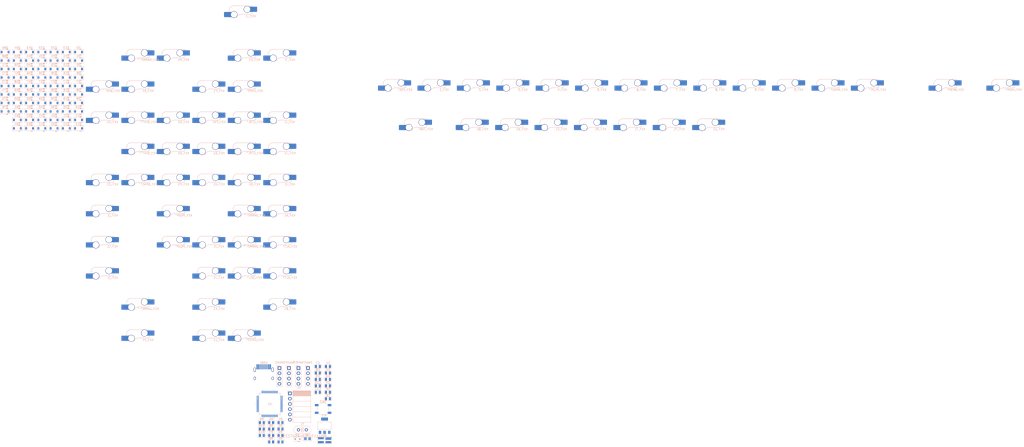
<source format=kicad_pcb>
(kicad_pcb (version 20241229) (generator "pcbnew") (generator_version "9.0")
  (layers (0 "F.Cu" signal) (4 "In1.Cu" signal) (6 "In2.Cu" signal) (2 "B.Cu" signal) (13 "F.Paste" user) (15 "B.Paste" user) (5 "F.SilkS" user "F.Silkscreen") (7 "B.SilkS" user "B.Silkscreen") (1 "F.Mask" user) (3 "B.Mask" user) (25 "Edge.Cuts" user))
  (net 0 "")
  (net 1 "GND")
  (net 2 "+3.3V")
  (net 3 "+5V")
  (net 4 "Net-(D3-A)")
  (net 5 "Net-(D4-A)")
  (net 6 "Net-(D5-A)")
  (net 7 "Net-(D6-A)")
  (net 8 "Net-(D7-A)")
  (net 9 "Net-(D8-A)")
  (net 10 "Net-(D9-A)")
  (net 11 "Net-(D10-A)")
  (net 12 "Net-(D11-A)")
  (net 13 "Net-(D12-A)")
  (net 14 "Net-(D13-A)")
  (net 15 "Net-(D14-A)")
  (net 16 "Net-(D15-A)")
  (net 17 "Net-(D16-A)")
  (net 18 "Net-(D17-A)")
  (net 19 "Net-(D18-A)")
  (net 20 "Net-(D19-A)")
  (net 21 "Net-(D20-A)")
  (net 22 "Net-(D21-A)")
  (net 23 "Net-(D22-A)")
  (net 24 "Net-(D23-A)")
  (net 25 "Net-(D29-A)")
  (net 26 "Net-(D30-A)")
  (net 27 "Net-(D31-A)")
  (net 28 "Net-(D32-A)")
  (net 29 "Net-(D33-A)")
  (net 30 "Net-(D24-A)")
  (net 31 "Net-(D25-A)")
  (net 32 "Net-(D26-A)")
  (net 33 "Net-(D27-A)")
  (net 34 "Net-(D28-A)")
  (net 35 "Net-(D34-A)")
  (net 36 "/COL2")
  (net 37 "/COL3")
  (net 38 "/COL4")
  (net 39 "/COL5")
  (net 40 "/COL1")
  (net 41 "/ROT_TIMB")
  (net 42 "/ROT_TIMA")
  (net 43 "Net-(U1-OSCIN)")
  (net 44 "Net-(U1-OSCOUT)")
  (net 45 "Net-(U1-VCAP)")
  (net 46 "/NRST")
  (net 47 "/D+")
  (net 48 "/D-")
  (net 49 "/ROW1")
  (net 50 "/ROW2")
  (net 51 "/ROW3")
  (net 52 "/ROW4")
  (net 53 "/ROW5")
  (net 54 "Net-(D35-A)")
  (net 55 "/ROT_SW")
  (net 56 "/UART_TX_EAST")
  (net 57 "/UART_RX_EAST")
  (net 58 "Net-(U1-VDDA)")
  (net 59 "/RGB_DATAIN")
  (net 60 "Net-(D36-A)")
  (net 61 "Net-(D37-A)")
  (net 62 "Net-(D38-A)")
  (net 63 "Net-(D39-A)")
  (net 64 "Net-(D40-A)")
  (net 65 "Net-(D41-A)")
  (net 66 "Net-(D42-A)")
  (net 67 "Net-(D43-A)")
  (net 68 "Net-(D44-A)")
  (net 69 "Net-(D45-A)")
  (net 70 "Net-(D46-A)")
  (net 71 "Net-(D47-A)")
  (net 72 "Net-(D48-A)")
  (net 73 "Net-(D50-A)")
  (net 74 "Net-(D51-A)")
  (net 75 "Net-(D52-A)")
  (net 76 "Net-(D53-A)")
  (net 77 "Net-(D54-A)")
  (net 78 "Net-(D55-A)")
  (net 79 "Net-(D56-A)")
  (net 80 "Net-(D57-A)")
  (net 81 "Net-(D58-A)")
  (net 82 "/UART_TX_NORTH")
  (net 83 "/UART_RX_NORTH")
  (net 84 "Net-(USB1-CC2)")
  (net 85 "Net-(USB1-CC1)")
  (net 86 "Net-(U1-PA11)")
  (net 87 "Net-(U1-PA12)")
  (net 88 "Net-(U1-BOOT)")
  (net 89 "/JTCLK")
  (net 90 "Net-(J1-Pin_2)")
  (net 91 "/JTMS")
  (net 92 "Net-(J1-Pin_4)")
  (net 93 "Net-(J1-Pin_5)")
  (net 94 "Net-(J1-Pin_6)")
  (net 95 "/SWO")
  (net 96 "/UART_TX_SOUTH")
  (net 97 "/UART_RX_SOUTH")
  (net 99 "AGND")
  (net 100 "Net-(D59-A)")
  (net 101 "/UART_TX_WEST")
  (net 104 "Net-(D60-A)")
  (net 105 "Net-(D61-A)")
  (net 106 "Net-(D62-A)")
  (net 109 "Net-(D64-A)")
  (net 111 "Net-(D65-A)")
  (net 112 "Net-(D68-A)")
  (net 113 "/UART_RX_WEST")
  (net 114 "Net-(D71-A)")
  (net 115 "Net-(D72-A)")
  (net 116 "Net-(D73-A)")
  (net 119 "Net-(D2-A)")
  (net 124 "Net-(D74-A)")
  (net 125 "Net-(D75-A)")
  (net 126 "Net-(D76-A)")
  (net 127 "/COL12")
  (net 128 "/COL9")
  (net 129 "/COL10")
  (net 130 "/COL11")
  (net 131 "/COL6")
  (net 132 "/COL7")
  (net 133 "/COL8")
  (net 134 "/COL14")
  (net 135 "/COL13")
  (net 136 "/COL15")
  (footprint "PCM_Resistor_SMD_AKL:R_0805_2012Metric" (layer "B.Cu") (at -40.389 193.232 180)
    (property "Reference" "R6")
    (property "Value" "22" (hide yes))
  )
  (footprint "PCM_marbastlib-mx:SW_MX_HS_CPG151101S11_1u" (layer "B.Cu") (at 38.9725 30.95625 180)
    (property "Reference" "KEY_1")
    (property "Value" "MX_SW_HS")
  )
  (footprint "PCM_marbastlib-mx:SW_MX_HS_CPG151101S11_1u" (layer "B.Cu") (at -87.038824 76.667 180)
    (property "Reference" "KEY_P1")
    (property "Value" "MX_SW_HS")
  )
  (footprint "PCM_Diode_SMD_AKL:D_SOD-123" (layer "B.Cu") (at -151.269 23.292 180)
    (property "Reference" "D36")
    (property "Value" "1N4148W" (hide yes))
  )
  (footprint "PCM_Capacitor_SMD_AKL:C_0805_2012Metric" (layer "B.Cu") (at -17.821682 166.122 180)
    (property "Reference" "C8")
    (property "Value" "10uF" (hide yes))
  )
  (footprint "PCM_marbastlib-mx:SW_MX_HS_CPG151101S11_1u" (layer "B.Cu") (at 314.0075 30.95625 180)
    (property "Reference" "KEY_HOME1")
    (property "Value" "MX_SW_HS")
  )
  (footprint "PCM_Diode_SMD_AKL:D_SOD-123" (layer "B.Cu") (at -163.109 15.092 180)
    (property "Reference" "D55")
    (property "Value" "1N4148W" (hide yes))
  )
  (footprint "PCM_marbastlib-mx:SW_MX_HS_CPG151101S11_1u" (layer "B.Cu") (at -35.588824 61.617 180)
    (property "Reference" "KEY_/1")
    (property "Value" "MX_SW_HS")
  )
  (footprint "PCM_Diode_SMD_AKL:D_SOD-123" (layer "B.Cu") (at -169.029 19.192 180)
    (property "Reference" "D71")
    (property "Value" "1N4148W" (hide yes))
  )
  (footprint "PCM_marbastlib-mx:SW_MX_HS_CPG151101S11_1u" (layer "B.Cu") (at 210.4225 30.95625 180)
    (property "Reference" "KEY_0")
    (property "Value" "MX_SW_HS")
  )
  (footprint "PCM_marbastlib-mx:SW_MX_HS_CPG151101S11_1u" (layer "B.Cu") (at -87.038824 16.467 180)
    (property "Reference" "KEY_M1")
    (property "Value" "MX_SW_HS")
  )
  (footprint "PCM_Diode_SMD_AKL:D_SOD-123" (layer "B.Cu") (at -151.269 31.492 180)
    (property "Reference" "D38")
    (property "Value" "1N4148W" (hide yes))
  )
  (footprint "PCM_Diode_SMD_AKL:D_SOD-123" (layer "B.Cu") (at -139.429 47.892 180)
    (property "Reference" "D22")
    (property "Value" "1N4148W" (hide yes))
  )
  (footprint "PCM_marbastlib-mx:SW_MX_HS_CPG151101S11_1u" (layer "B.Cu") (at -104.188824 151.917 180)
    (property "Reference" "KEY_V1")
    (property "Value" "MX_SW_HS")
  )
  (footprint "PCM_marbastlib-mx:SW_MX_HS_CPG151101S11_1u" (layer "B.Cu") (at -69.888824 151.917 180)
    (property "Reference" "KEY_L1")
    (property "Value" "MX_SW_HS")
  )
  (footprint "PCM_Diode_SMD_AKL:D_SOD-123" (layer "B.Cu") (at -145.349 35.592 180)
    (property "Reference" "D29")
    (property "Value" "1N4148W" (hide yes))
  )
  (footprint "PCM_marbastlib-mx:SW_MX_HS_CPG151101S11_1u" (layer "B.Cu") (at 171.7675 50.00625 180)
    (property "Reference" "KEY_U1")
    (property "Value" "MX_SW_HS")
  )
  (footprint "PCM_Resistor_SMD_AKL:R_0805_2012Metric" (layer "B.Cu") (at -44.909 196.352 180)
    (property "Reference" "R13")
    (property "Value" "DNP" (hide yes))
  )
  (footprint "PCM_marbastlib-mx:SW_MX_HS_CPG151101S11_1u" (layer "B.Cu") (at -104.188824 16.467 180)
    (property "Reference" "KEY_RARROW1")
    (property "Value" "MX_SW_HS")
  )
  (footprint "PCM_Diode_SMD_AKL:D_SOD-123" (layer "B.Cu") (at -139.429 31.492 180)
    (property "Reference" "D18")
    (property "Value" "1N4148W" (hide yes))
  )
  (footprint "PCM_Diode_SMD_AKL:D_SOD-123" (layer "B.Cu") (at -133.509 10.992 180)
    (property "Reference" "D3")
    (property "Value" "1N4148W" (hide yes))
  )
  (footprint "PCM_marbastlib-mx:SW_MX_HS_CPG151101S11_1u" (layer "B.Cu") (at -52.738824 46.567 180)
    (property "Reference" "KEY_CTRL1")
    (property "Value" "MX_SW_HS")
  )
  (footprint "PCM_Diode_SMD_AKL:D_SOD-123" (layer "B.Cu") (at -145.349 10.992 180)
    (property "Reference" "D23")
    (property "Value" "1N4148W" (hide yes))
  )
  (footprint "PCM_marbastlib-mx:SW_MX_HS_CPG151101S11_1u" (layer "B.Cu") (at -104.188824 76.667 180)
    (property "Reference" "KEY_SPACE1")
    (property "Value" "MX_SW_HS")
  )
  (footprint "PCM_marbastlib-mx:SW_MX_HS_CPG151101S11_1u" (layer "B.Cu") (at -52.738824 76.667 180)
    (property "Reference" "KEY_D1")
    (property "Value" "MX_SW_HS")
  )
  (footprint "PCM_Diode_SMD_AKL:D_SOD-123" (layer "B.Cu") (at -163.109 31.492 180)
    (property "Reference" "D59")
    (property "Value" "1N4148W" (hide yes))
  )
  (footprint "PCM_Diode_SMD_AKL:D_SOD-123" (layer "B.Cu") (at -169.029 10.992 180)
    (property "Reference" "D65")
    (property "Value" "1N4148W" (hide yes))
  )
  (footprint "Connector_PinSocket_2.54mm:PinSocket_1x04_P2.54mm_Vertical" (layer "B.Cu") (at -27.184 163.767 180)
    (property "Reference" "North1")
    (property "Value" "Conn_01x04")
  )
  (footprint "PCM_Resistor_SMD_AKL:R_0805_2012Metric" (layer "B.Cu") (at -40.389 190.112 180)
    (property "Reference" "R5")
    (property "Value" "10k" (hide yes))
  )
  (footprint "PCM_Resistor_SMD_AKL:R_0805_2012Metric" (layer "B.Cu") (at -44.909 193.232 180)
    (property "Reference" "R10")
    (property "Value" "DNP" (hide yes))
  )
  (footprint "Connector_PinSocket_2.54mm:PinSocket_1x04_P2.54mm_Vertical" (layer "B.Cu") (at -36.384 163.767 180)
    (property "Reference" "West1")
    (property "Value" "Conn_01x04")
  )
  (footprint "PCM_Diode_SMD_AKL:D_SOD-123" (layer "B.Cu") (at -151.269 39.692 180)
    (property "Reference" "D40")
    (property "Value" "1N4148W" (hide yes))
  )
  (footprint "PCM_marbastlib-mx:SW_MX_HS_CPG151101S11_1u" (layer "B.Cu") (at -121.338824 46.567 180)
    (property "Reference" "KEY_X1")
    (property "Value" "MX_SW_HS")
  )
  (footprint "PCM_Diode_SMD_AKL:D_SOD-123" (layer "B.Cu") (at -145.349 23.292 180)
    (property "Reference" "D26")
    (property "Value" "1N4148W" (hide yes))
  )
  (footprint "PCM_Diode_SMD_AKL:D_SOD-123" (layer "B.Cu") (at -163.109 43.792 180)
    (property "Reference" "D62")
    (property "Value" "1N4148W" (hide yes))
  )
  (footprint "PCM_Diode_SMD_AKL:D_SOD-123" (layer "B.Cu") (at -139.429 27.392 180)
    (property "Reference" "D17")
    (property "Value" "1N4148W" (hide yes))
  )
  (footprint "PCM_marbastlib-mx:SW_MX_HS_CPG151101S11_1u" (layer "B.Cu") (at 58.0225 30.95625 180)
    (property "Reference" "KEY_2")
    (property "Value" "MX_SW_HS")
  )
  (footprint "PCM_Diode_SMD_AKL:D_SOD-123" (layer "B.Cu") (at -139.429 15.092 180)
    (property "Reference" "D14")
    (property "Value" "1N4148W" (hide yes))
  )
  (footprint "PCM_marbastlib-mx:SW_MX_HS_CPG151101S11_1u" (layer "B.Cu") (at -69.888824 76.667 180)
    (property "Reference" "KEY_H1")
    (property "Value" "MX_SW_HS")
  )
  (footprint "PCM_marbastlib-mx:SW_MX_HS_CPG151101S11_1u" (layer "B.Cu") (at 172.3225 30.95625 180)
    (property "Reference" "KEY_8")
    (property "Value" "MX_SW_HS")
  )
  (footprint "PCM_marbastlib-mx:SW_MX_HS_CPG151101S11_1u" (layer "B.Cu") (at 134.2225 30.95625 180)
    (property "Reference" "KEY_6")
    (property "Value" "MX_SW_HS")
  )
  (footprint "PCM_Diode_SMD_AKL:D_SOD-123" (layer "B.Cu") (at -151.269 47.892 180)
    (property "Reference" "D42")
    (property "Value" "1N4148W" (hide yes))
  )
  (footprint "PCM_marbastlib-mx:SW_MX_HS_CPG151101S11_1u" (layer "B.Cu") (at -69.888824 46.567 180)
    (property "Reference" "KEY_FN1")
    (property "Value" "MX_SW_HS")
  )
  (footprint "PCM_marbastlib-mx:SW_MX_HS_CPG151101S11_1u" (layer "B.Cu") (at 19.9 30.95625 180)
    (property "Reference" "KEY_ESC1")
    (property "Value" "MX_SW_HS")
  )
  (footprint "PCM_Diode_SMD_AKL:D_SOD-123" (layer "B.Cu") (at -151.269 10.992 180)
    (property "Reference" "D33")
    (property "Value" "1N4148W" (hide yes))
  )
  (footprint "PCM_marbastlib-mx:SW_MX_HS_CPG151101S11_1u" (layer "B.Cu") (at 77.0725 30.95625 180)
    (property "Reference" "KEY_3")
    (property "Value" "MX_SW_HS")
  )
  (footprint "PCM_marbastlib-mx:SW_MX_HS_CPG151101S11_1u" (layer "B.Cu") (at -35.588824 91.717 180)
    (property "Reference" "KEY_A1")
    (property "Value" "MX_SW_HS")
  )
  (footprint "PCM_marbastlib-mx:SW_MX_HS_CPG151101S11_1u" (layer "B.Cu") (at -87.038824 61.617 180)
    (property "Reference" "KEY_O1")
    (property "Value" "MX_SW_HS")
  )
  (footprint "PCM_Diode_SMD_AKL:D_SOD-123" (layer "B.Cu") (at -151.269 19.192 180)
    (property "Reference" "D35")
    (property "Value" "1N4148W" (hide yes))
  )
  (footprint "PCM_marbastlib-mx:SW_MX_HS_CPG151101S11_1u" (layer "B.Cu") (at -52.738824 91.717 180)
    (property "Reference" "KEY_DARROW1")
    (property "Value" "MX_SW_HS")
  )
  (footprint "PCM_marbastlib-mx:SW_MX_HS_CPG151101S11_1u" (layer "B.Cu") (at -87.038824 46.567 180)
    (property "Reference" "KEY_N1")
    (property "Value" "MX_SW_HS")
  )
  (footprint "PCM_Diode_SMD_AKL:D_SOD-123" (layer "B.Cu") (at -169.029 23.292 180)
    (property "Reference" "D72")
    (property "Value" "1N4148W" (hide yes))
  )
  (footprint "PCM_Diode_SMD_AKL:D_SOD-123" (layer "B.Cu") (at -133.509 47.892 180)
    (property "Reference" "D12")
    (property "Value" "1N4148W" (hide yes))
  )
  (footprint "PCM_Diode_SMD_AKL:D_SOD-123" (layer "B.Cu") (at -157.189 15.092 180)
    (property "Reference" "D44")
    (property "Value" "1N4148W" (hide yes))
  )
  (footprint "PCM_Diode_SMD_AKL:D_SOD-123" (layer "B.Cu") (at -133.509 15.092 180)
    (property "Reference" "D4")
    (property "Value" "1N4148W" (hide yes))
  )
  (footprint "PCM_marbastlib-mx:SW_MX_HS_CPG151101S11_1u" (layer "B.Cu") (at -52.738824 121.817 180)
    (property "Reference" "KEY_DEL1")
    (property "Value" "MX_SW_HS")
  )
  (footprint "PCM_Resistor_SMD_AKL:R_0805_2012Metric" (layer "B.Cu") (at -35.869 196.352 180)
    (property "Reference" "R3")
    (property "Value" "22" (hide yes))
  )
  (footprint "PCM_marbastlib-mx:SW_MX_HS_CPG151101S11_1u" (layer "B.Cu") (at 133.6675 50.00625 180)
    (property "Reference" "KEY_T1")
    (property "Value" "MX_SW_HS")
  )
  (footprint "PCM_marbastlib-mx:SW_MX_HS_CPG151101S11_1u" (layer "B.Cu") (at 96.1225 30.95625 180)
    (property "Reference" "KEY_4")
    (property "Value" "MX_SW_HS")
  )
  (footprint "PCM_Diode_SMD_AKL:D_SOD-123" (layer "B.Cu") (at -151.269 35.592 180)
    (property "Reference" "D39")
    (property "Value" "1N4148W" (hide yes))
  )
  (footprint "PCM_Capacitor_SMD_AKL:C_0805_2012Metric" (layer "B.Cu") (at -12.939894 178.602 180)
    (property "Reference" "C6")
    (property "Value" "100nF" (hide yes))
  )
  (footprint "PCM_Resistor_SMD_AKL:R_0805_2012Metric" (layer "B.Cu") (at -40.389 196.352 180)
    (property "Reference" "R7")
    (property "Value" "22" (hide yes))
  )
  (footprint "PCM_Capacitor_SMD_AKL:C_0805_2012Metric" (layer "B.Cu") (at -12.939894 166.122 180)
    (property "Reference" "C2")
    (property "Value" "20pF" (hide yes))
  )
  (footprint "PCM_Diode_SMD_AKL:D_SOD-123" (layer "B.Cu") (at -139.429 35.592 180)
    (property "Reference" "D19")
    (property "Value" "1N4148W" (hide yes))
  )
  (footprint "PCM_Capacitor_SMD_AKL:C_0805_2012Metric" (layer "B.Cu") (at -17.821682 169.242 180)
    (property "Reference" "C9")
    (property "Value" "4.7uF" (hide yes))
  )
  (footprint "PCM_Diode_SMD_AKL:D_SOD-123" (layer "B.Cu") (at -157.189 31.492 180)
    (property "Reference" "D48")
    (property "Value" "1N4148W" (hide yes))
  )
  (footprint "PCM_Diode_SMD_AKL:D_SOD-123" (layer "B.Cu") (at -145.349 27.392 180)
    (property "Reference" "D27")
    (property "Value" "1N4148W" (hide yes))
  )
  (footprint "PCM_marbastlib-mx:SW_MX_HS_CPG151101S11_1u" (layer "B.Cu") (at 57.4675 50.00625 180)
    (property "Reference" "KEY_Q1")
    (property "Value" "MX_SW_HS")
  )
  (footprint "PCM_marbastlib-mx:SW_MX_HS_CPG151101S11_1u" (layer "B.Cu") (at -104.188824 136.867 180)
    (property "Reference" "KEY_UARROW1")
    (property "Value" "MX_SW_HS")
  )
  (footprint "PCM_Diode_SMD_AKL:D_SOD-123" (layer "B.Cu") (at -151.269 43.792 180)
    (property "Reference" "D41")
    (property "Value" "1N4148W" (hide yes))
  )
  (footprint "PCM_Diode_SMD_AKL:D_SOD-123" (layer "B.Cu") (at -133.509 35.592 180)
    (property "Reference" "D9")
    (property "Value" "1N4148W" (hide yes))
  )
  (footprint "PCM_Diode_SMD_AKL:D_SOD-123" (layer "B.Cu") (at -133.509 19.192 180)
    (property "Reference" "D5")
    (property "Value" "1N4148W" (hide yes))
  )
  (footprint "PCM_Diode_SMD_AKL:D_SOD-123" (layer "B.Cu") (at -133.509 43.792 180)
    (property "Reference" "D11")
    (property "Value" "1N4148W" (hide yes))
  )
  (footprint "PCM_Diode_SMD_AKL:D_SOD-123" (layer "B.Cu") (at -163.109 35.592 180)
    (property "Reference" "D60")
    (property "Value" "1N4148W" (hide yes))
  )
  (footprint "PCM_Capacitor_SMD_AKL:C_0805_2012Metric" (layer "B.Cu") (at -12.939894 172.362 180)
    (property "Reference" "C4")
    (property "Value" "100nF" (hide yes))
  )
  (footprint "PCM_Diode_SMD_AKL:D_SOD-123" (layer "B.Cu") (at -163.109 10.992 180)
    (property "Reference" "D54")
    (property "Value" "1N4148W" (hide yes))
  )
  (footprint "Type-C.pretty-master:HRO-TYPE-C-31-M-12-HandSoldering" (layer "B.Cu") (at -43.979 171.362 180)
    (property "Reference" "USB1")
    (property "Value" "HRO-TYPE-C-31-M-12")
  )
  (footprint "PCM_Diode_SMD_AKL:D_SOD-123" (layer "B.Cu") (at -133.509 23.292 180)
    (property "Reference" "D6")
    (property "Value" "1N4148W" (hide yes))
  )
  (footprint "PCM_marbastlib-mx:SW_MX_HS_CPG151101S11_1u" (layer "B.Cu") (at -35.588824 106.767 180)
    (property "Reference" "KEY_ALT1")
    (property "Value" "MX_SW_HS")
  )
  (footprint "PCM_marbastlib-mx:SW_MX_HS_CPG151101S11_1u" (layer "B.Cu") (at 114.6175 50.00625 180)
    (property "Reference" "KEY_R1")
    (property "Value" "MX_SW_HS")
  )
  (footprint "PCM_marbastlib-mx:SW_MX_HS_CPG151101S11_1u" (layer "B.Cu") (at -121.338824 91.717 180)
    (property "Reference" "KEY_[1")
    (property "Value" "MX_SW_HS")
  )
  (footprint "PCM_Diode_SMD_AKL:D_SOD-123" (layer "B.Cu") (at -169.029 35.592 180)
    (property "Reference" "D75")
    (property "Value" "1N4148W" (hide yes))
  )
  (footprint "PCM_marbastlib-mx:SW_MX_HS_CPG151101S11_1u" (layer "B.Cu") (at -69.888824 136.867 180)
    (property "Reference" "KEY_K1")
    (property "Value" "MX_SW_HS")
  )
  (footprint "PCM_marbastlib-mx:SW_MX_HS_CPG151101S11_1u" (layer "B.Cu") (at -104.188824 46.567 180)
    (property "Reference" "KEY_SHIFT1")
    (property "Value" "MX_SW_HS")
  )
  (footprint "PCM_marbastlib-various:SW_SPST_SKQG_WithStem" (layer "B.Cu") (at -15.274 183.537 180)
    (property "Reference" "SW2")
    (property "Value" "Push_Button")
  )
  (footprint "PCM_Diode_SMD_AKL:D_SOD-123" (layer "B.Cu") (at -163.109 27.392 180)
    (property "Reference" "D58")
    (property "Value" "1N4148W" (hide yes))
  )
  (footprint "PCM_Diode_SMD_AKL:D_SOD-123" (layer "B.Cu") (at -139.429 39.692 180)
    (property "Reference" "D20")
    (property "Value" "1N4148W" (hide yes))
  )
  (footprint "PCM_Diode_SMD_AKL:D_SOD-123" (layer "B.Cu") (at -139.429 19.192 180)
    (property "Reference" "D15")
    (property "Value" "1N4148W" (hide yes))
  )
  (footprint "PCM_marbastlib-mx:SW_MX_HS_CPG151101S11_1u" (layer "B.Cu") (at 30 50.00625 180)
    (property "Reference" "KEY_TAB1")
    (property "Value" "MX_SW_HS")
  )
  (footprint "PCM_Diode_SMD_AKL:D_SOD-323" (layer "B.Cu") (at -27.639 198.092 180)
    (property "Reference" "D2")
    (property "Value" "BAT60JFILM" (hide yes))
  )
  (footprint "PCM_Diode_SMD_AKL:D_SOD-123" (layer "B.Cu") (at -157.189 43.792 180)
    (property "Reference" "D52")
    (property "Value" "1N4148W" (hide yes))
  )
  (footprint "PCM_marbastlib-mx:SW_MX_HS_CPG151101S11_1u" (layer "B.Cu") (at 95.5675 50.00625 180)
    (property "Reference" "KEY_E1")
    (property "Value" "MX_SW_HS")
  )
  (footprint "PCM_marbastlib-mx:SW_MX_HS_CPG151101S11_1u" (layer "B.Cu") (at -121.338824 31.517 180)
    (property "Reference" "KEY_WIN1")
    (property "Value" "MX_SW_HS")
  )
  (footprint "PCM_Diode_SMD_AKL:D_SOD-123" (layer "B.Cu") (at -157.189 47.892 180)
    (property "Reference" "D53")
    (property "Value" "1N4148W" (hide yes))
  )
  (footprint "PCM_marbastlib-mx:SW_MX_HS_CPG151101S11_1u" (layer "B.Cu") (at -35.588824 136.867 180)
    (property "Reference" "KEY_B1")
    (property "Value" "MX_SW_HS")
  )
  (footprint "PCM_Resistor_SMD_AKL:R_0805_2012Metric" (layer "B.Cu") (at -35.869 193.232 180)
    (property "Reference" "R2")
    (property "Value" "5.1k" (hide yes))
  )
  (footprint "PCM_marbastlib-mx:SW_MX_HS_CPG151101S11_1u" (layer "B.Cu") (at -52.738824 61.617 180)
    (property "Reference" "KEY_CTRL2")
    (property "Value" "MX_SW_HS")
  )
  (footprint "PCM_marbastlib-mx:SW_MX_HS_CPG151101S11_1u" (layer "B.Cu") (at -69.888824 61.617 180)
    (property "Reference" "KEY_G1")
    (property "Value" "MX_SW_HS")
  )
  (footprint "PCM_Capacitor_SMD_AKL:C_0805_2012Metric" (layer "B.Cu") (at -17.821682 172.362 180)
    (property "Reference" "C10")
    (property "Value" "1uF" (hide yes))
  )
  (footprint "PCM_marbastlib-mx:SW_MX_HS_CPG151101S11_1u" (layer "B.Cu") (at -104.188824 31.517 180)
    (property "Reference" "KEY_S1")
    (property "Value" "MX_SW_HS")
  )
  (footprint "PCM_Diode_SMD_AKL:D_SOD-123" (layer "B.Cu") (at -139.429 23.292 180)
    (property "Reference" "D16")
    (property "Value" "1N4148W" (hide yes))
  )
  (footprint "PCM_marbastlib-mx:SW_MX_HS_CPG151101S11_1u" (layer "B.Cu") (at -87.038824 91.717 180)
    (property "Reference" "KEY_PGDN1")
    (property "Value" "MX_SW_HS")
  )
  (footprint "PCM_Capacitor_SMD_AKL:C_0805_2012Metric" (layer "B.Cu") (at -17.821682 175.482 180)
    (property "Reference" "C11")
    (property "Value" "0.1uF" (hide yes))
  )
  (footprint "PCM_Diode_SMD_AKL:D_SOD-123" (layer "B.Cu") (at -157.189 19.192 180)
    (property "Reference" "D45")
    (property "Value" "1N4148W" (hide yes))
  )
  (footprint "PCM_marbastlib-mx:SW_MX_HS_CPG151101S11_1u" (layer "B.Cu") (at -52.738824 31.517 180)
    (property "Reference" "KEY_CAPS1")
    (property "Value" "MX_SW_HS")
  )
  (footprint "PCM_marbastlib-mx:SW_MX_HS_CPG151101S11_1u" (layer "B.Cu") (at -69.888824 31.517 180)
    (property "Reference" "KEY_F1")
    (property "Value" "MX_SW_HS")
  )
  (footprint "PCM_marbastlib-mx:SW_MX_HS_CPG151101S11_1u" (layer "B.Cu") (at -69.888824 106.767 180)
    (property "Reference" "KEY_I1")
    (property "Value" "MX_SW_HS")
  )
  (footprint "PCM_Diode_SMD_AKL:D_SOD-123" (layer "B.Cu") (at -157.189 39.692 180)
    (property "Reference" "D51")
    (property "Value" "1N4148W" (hide yes))
  )
  (footprint "PCM_Diode_SMD_AKL:D_SOD-123" (layer "B.Cu") (at -145.349 15.092 180)
    (property "Reference" "D24")
    (property "Value" "1N4148W" (hide yes))
  )
  (footprint "PCM_marbastlib-mx:SW_MX_HS_CPG151101S11_1u" (layer "B.Cu") (at -121.338824 106.767 180)
    (property "Reference" "KEY_\\1")
    (property "Value" "MX_SW_HS")
  )
  (footprint "PCM_Diode_SMD_AKL:D_SOD-123" (layer "B.Cu") (at -163.109 47.892 180)
    (property "Reference" "D64")
    (property "Value" "1N4148W" (hide yes))
  )
  (footprint "PCM_Diode_SMD_AKL:D_SOD-123" (layer "B.Cu") (at -157.189 35.592 180)
    (property "Reference" "D50")
    (property "Value" "1N4148W" (hide yes))
  )
  (footprint "PCM_Resistor_SMD_AKL:R_0805_2012Metric" (layer "B.Cu") (at -44.909 190.112 180)
    (property "Reference" "R9")
    (property "Value" "22" (hide yes))
  )
  (footprint "PCM_Diode_SMD_AKL:D_SOD-123" (layer "B.Cu") (at -145.349 43.792 180)
    (property "Reference" "D31")
    (property "Value" "1N4148W" (hide yes))
  )
  (footprint "PCM_Fuse_AKL:Fuse_0805_2012Metric_Pad1.15x1.40mm_BigPads" (layer "B.Cu") (at -22.819 197.902 180)
    (property "Reference" "FB1")
    (property "Value" "Ferrite_Bead" (hide yes))
  )
  (footprint "PCM_marbastlib-mx:SW_MX_HS_CPG151101S11_1u" (layer "B.Cu") (at 286.0675 30.95625 180)
    (property "Reference" "KEY_BKSP1")
    (property "Value" "MX_SW_HS")
  )
  (footprint "PCM_Diode_SMD_AKL:D_SOD-123" (layer "B.Cu") (at -145.349 19.192 180)
    (property "Reference" "D25")
    (property "Value" "1N4148W" (hide yes))
  )
  (footprint "PCM_marbastlib-mx:SW_MX_HS_CPG151101S11_1u" (layer "B.Cu") (at 229.4725 30.95625 180)
    (property "Reference" "KEY_MINUS1")
    (property "Value" "MX_SW_HS")
  )
  (footprint "PCM_Diode_SMD_AKL:D_SOD-123" (layer "B.Cu") (at -169.029 15.092 180)
    (property "Reference" "D68")
    (property "Value" "1N4148W" (hide yes))
  )
  (footprint "PCM_marbastlib-mx:SW_MX_HS_CPG151101S11_1u" (layer "B.Cu") (at -54.5525 -4.60375 180)
    (property "Reference" "KEY_,1")
    (property "Value" "MX_SW_HS")
  )
  (footprint "PCM_Diode_SMD_AKL:D_SOD-123" (layer "B.Cu") (at -157.189 27.392 180)
    (property "Reference" "D47")
    (property "Value" "1N4148W" (hide yes))
  )
  (footprint "PCM_marbastlib-mx:SW_MX_HS_CPG151101S11_1u" (layer "B.Cu") (at -35.588824 76.667 180)
    (property "Reference" "KEY_;1")
    (property "Value" "MX_SW_HS")
  )
  (footprint "PCM_marbastlib-mx:SW_MX_HS_CPG151101S11_1u" (layer "B.Cu") (at 152.7175 50.00625 180)
    (property "Reference" "KEY_Y1")
    (property "Value" "MX_SW_HS")
  )
  (footprint "PCM_Diode_SMD_AKL:D_SOD-123" (layer "B.Cu") (at -157.189 23.292 180)
    (property "Reference" "D46")
    (property "Value" "1N4148W" (hide yes))
  )
  (footprint "PCM_Package_TO_SOT_SMD_AKL:SOT-143_Handsoldering" (layer "B.Cu") (at -14.5515 198.637 180)
    (property "Reference" "D1")
    (property "Value" "PRTR5V0U2X")
  )
  (footprint "PCM_Diode_SMD_AKL:D_SOD-123" (layer "B.Cu") (at -151.269 15.092 180)
    (property "Reference" "D34")
    (property "Value" "1N4148W" (hide yes))
  )
  (footprint "Connector_PinSocket_2.54mm:PinSocket_1x06_P2.54mm_Horizontal" (layer "B.Cu") (at -31.334 176.017 180)
    (property "Reference" "J1")
    (property "Value" "Conn_01x06")
  )
  (footprint "PCM_marbastlib-mx:SW_MX_HS_CPG151101S11_1u" (layer "B.Cu") (at 248.5 30.95625 180)
    (property "Reference" "KEY_PLUS1")
    (property "Value" "MX_SW_HS")
  )
  (footprint "Connector_PinSocket_2.54mm:PinSocket_1x04_P2.54mm_Vertical" (layer "B.Cu") (at -22.584 163.767 180)
    (property "Reference" "East1")
    (property "Value" "Conn_01x04")
  )
  (footprint "PCM_marbastlib-mx:SW_MX_HS_CPG151101S11_1u" (layer "B.Cu") (at -52.738824 16.467 180)
    (property "Reference" "KEY_C1")
    (property "Value" "MX_SW_HS")
  )
  (footprint "PCM_marbastlib-mx:SW_MX_HS_CPG151101S11_1u" (layer "B.Cu") (at 153.2725 30.95625 180)
    (property "Reference" "KEY_7")
    (property "Value" "MX_SW_HS")
  )
  (footprint "PCM_Diode_SMD_AKL:D_SOD-123" (layer "B.Cu") (at -145.349 39.692 180)
    (property "Reference" "D30")
    (property "Value" "1N4148W" (hide yes))
  )
  (footprint "PCM_Resistor_SMD_AKL:R_0805_2012Metric" (layer "B.Cu") (at -35.869 199.472 180)
    (property "Reference" "R4")
    (property "Value" "22" (hide yes))
  )
  (footprint "PCM_marbastlib-mx:SW_MX_HS_CPG151101S11_1u" (layer "B.Cu") (at -121.338824 76.667 180)
    (property "Reference" "KEY_Z1")
    (property "Value" "MX_SW_HS")
  )
  (footprint "PCM_Diode_SMD_AKL:D_SOD-123" (layer "B.Cu") (at -151.269 27.392 180)
    (property "Reference" "D37")
    (property "Value" "1N4148W" (hide yes))
  )
  (footprint "PCM_Diode_SMD_AKL:D_SOD-123" (layer "B.Cu") (at -139.429 43.792 180)
    (property "Reference" "D21")
    (property "Value" "1N4148W" (hide yes))
  )
  (footprint "PCM_marbastlib-mx:SW_MX_HS_CPG151101S11_1u" (layer "B.Cu") (at 115.1725 30.95625 180)
    (property "Reference" "KEY_5")
    (property "Value" "MX_SW_HS")
  )
  (footprint "PCM_Diode_SMD_AKL:D_SOD-123" (layer "B.Cu") (at -157.189 10.992 180)
    (property "Reference" "D43")
    (property "Value" "1N4148W" (hide yes))
  )
  (footprint "footprints:LQFP64-10x10mm" (layer "B.Cu") (at -41.1123 181.1231 180)
    (property "Reference" "U1")
    (property "Value" "~")
  )
  (footprint "PCM_Diode_SMD_AKL:D_SOD-123" (layer "B.Cu") (at -139.429 10.992 180)
    (property "Reference" "D13")
    (property "Value" "1N4148W" (hide yes))
  )
  (footprint "PCM_Capacitor_SMD_AKL:C_0805_2012Metric" (layer "B.Cu") (at -12.939894 175.482 180)
    (property "Reference" "C5")
    (property "Value" "100nF" (hide yes))
  )
  (footprint "PCM_Capacitor_SMD_AKL:C_0805_2012Metric" (layer "B.Cu") (at -17.821682 163.002 180)
    (property "Reference" "C7")
    (property "Value" "1uF" (hide yes))
  )
  (footprint "PCM_marbastlib-mx:SW_MX_HS_CPG151101S11_1u" (layer "B.Cu") (at -35.588824 16.467 180)
    (property "Reference" "KEY_'1")
    (property "Value" "MX_SW_HS")
  )
  (footprint "PCM_Diode_SMD_AKL:D_SOD-123" (layer "B.Cu") (at -169.029 31.492 180)
    (property "Reference" "D74")
    (property "Value" "1N4148W" (hide yes))
  )
  (footprint "PCM_marbastlib-mx:SW_MX_HS_CPG151101S11_1u" (layer "B.Cu") (at -35.588824 121.817 180)
    (property "Reference" "KEY_ALT2")
    (property "Value" "MX_SW_HS")
  )
  (footprint "PCM_marbastlib-mx:SW_MX_HS_CPG151101S11_1u" (layer "B.Cu") (at -69.888824 121.817 180)
    (property "Reference" "KEY_J1")
    (property "Value" "MX_SW_HS")
  )
  (footprint "PCM_marbastlib-mx:SW_MX_HS_CPG151101S11_1u" (layer "B.Cu") (at 191.3725 30.95625 180)
    (property "Reference" "KEY_9")
    (property "Value" "MX_SW_HS")
  )
  (footprint "Connector_PinSocket_2.54mm:PinSocket_1x04_P2.54mm_Vertical" (layer "B.Cu") (at -31.784 163.767 180)
    (property "Reference" "South1")
    (property "Value" "Conn_01x04")
  )
  (footprint "PCM_Crystal_AKL:Crystal_HC52-U_Vertical" (layer "B.Cu") (at -23.384 193.617 180)
    (property "Reference" "Y1")
    (property "Value" "8MHz" (hide yes))
  )
  (footprint "PCM_marbastlib-mx:SW_MX_HS_CPG151101S11_1u" (layer "B.Cu") (at -121.338824 121.817 180)
    (property "Reference" "KEY_]1")
    (property "Value" "MX_SW_HS")
  )
  (footprint "PCM_marbastlib-mx:SW_MX_HS_CPG151101S11_1u" (layer "B.Cu") (at -104.188824 61.617 180)
    (property "Reference" "KEY_SHIFT2")
    (property "Value" "MX_SW_HS")
  )
  (footprint "PCM_Diode_SMD_AKL:D_SOD-123" (layer "B.Cu") (at -169.029 39.692 180)
    (property "Reference" "D76")
    (property "Value" "1N4148W" (hide yes))
  )
  (footprint "PCM_marbastlib-mx:SW_MX_HS_CPG151101S11_1u" (layer "B.Cu") (at -52.738824 106.767 180)
    (property "Reference" "KEY_DARROW2")
    (property "Value" "MX_SW_HS")
  )
  (footprint "PCM_Resistor_SMD_AKL:R_0805_2012Metric" (layer "B.Cu") (at -35.869 190.112 180)
    (property "Reference" "R1")
    (property "Value" "5.1k" (hide yes))
  )
  (footprint "PCM_Diode_SMD_AKL:D_SOD-123" (layer "B.Cu") (at -133.509 27.392 180)
    (property "Reference" "D7")
    (property "Value" "1N4148W" (hide yes))
  )
  (footprint "PCM_Diode_SMD_AKL:D_SOD-123" (layer "B.Cu") (at -145.349 31.492 180)
    (property "Reference" "D28")
    (property "Value" "1N4148W" (hide yes))
  )
  (footprint "PCM_Diode_SMD_AKL:D_SOD-123" (layer "B.Cu") (at -145.349 47.892 180)
    (property "Reference" "D32")
    (property "Value" "1N4148W" (hide yes))
  )
  (footprint "PCM_Diode_SMD_AKL:D_SOD-123" (layer "B.Cu") (at -163.109 23.292 180)
    (property "Reference" "D57")
    (property "Value" "1N4148W" (hide yes))
  )
  (footprint "PCM_Capacitor_SMD_AKL:C_0805_2012Metric" (layer "B.Cu") (at -12.939894 163.002 180)
    (property "Reference" "C1")
    (property "Value" "20pF" (hide yes))
  )
  (footprint "PCM_Resistor_SMD_AKL:R_0805_2012Metric" (layer "B.Cu") (at -40.389 199.472 180)
    (property "Reference" "R8")
    (property "Value" "22" (hide yes))
  )
  (footprint "PCM_marbastlib-mx:SW_MX_HS_CPG151101S11_1u" (layer "B.Cu") (at -52.738824 151.917 180)
    (property "Reference" "KEY_ENTER1")
    (property "Value" "MX_SW_HS")
  )
  (footprint "PCM_Diode_SMD_AKL:D_SOD-123" (layer "B.Cu") (at -133.509 39.692 180)
    (property "Reference" "D10")
    (property "Value" "1N4148W" (hide yes))
  )
  (footprint "PCM_Diode_SMD_AKL:D_SOD-123" (layer "B.Cu") (at -133.509 31.492 180)
    (property "Reference" "D8")
    (property "Value" "1N4148W" (hide yes))
  )
  (footprint "PCM_Diode_SMD_AKL:D_SOD-123" (layer "B.Cu") (at -163.109 19.192 180)
    (property "Reference" "D56")
    (property "Value" "1N4148W" (hide yes))
  )
  (footprint "PCM_Diode_SMD_AKL:D_SOD-123" (layer "B.Cu") (at -163.109 39.692 180)
    (property "Reference" "D61")
    (property "Value" "1N4148W" (hide yes))
  )
  (footprint "PCM_4ms_Package_SOT:SOT223" (layer "B.Cu") (at -14.574 191.637 180)
    (property "Reference" "IC1")
    (property "Value" "LD1117-3.3V-SOT223")
  )
  (footprint "PCM_marbastlib-mx:SW_MX_HS_CPG151101S11_1u" (layer "B.Cu") (at -87.038824 106.767 180)
    (property "Reference" "KEY_PGUP1")
    (property "Value" "MX_SW_HS")
  )
  (footprint "PCM_Capacitor_SMD_AKL:C_0805_2012Metric" (layer "B.Cu") (at -12.939894 169.242 180)
    (property "Reference" "C3")
    (property "Value" "100nF" (hide yes))
  )
  (footprint "PCM_Diode_SMD_AKL:D_SOD-123" (layer "B.Cu") (at -169.029 27.392 180)
    (property "Reference" "D73")
    (property "Value" "1N4148W" (hide yes))
  )
  (footprint "PCM_marbastlib-mx:SW_MX_HS_CPG151101S11_1u" (layer "B.Cu") (at -35.588824 46.567 180)
    (property "Reference" "KEY_.1")
    (property "Value" "MX_SW_HS")
  )
  (footprint "PCM_marbastlib-mx:SW_MX_HS_CPG151101S11_1u" (layer "B.Cu") (at 76.5175 50.00625 180)
    (property "Reference" "KEY_W1")
    (property "Value" "MX_SW_HS")
  )
)
</source>
